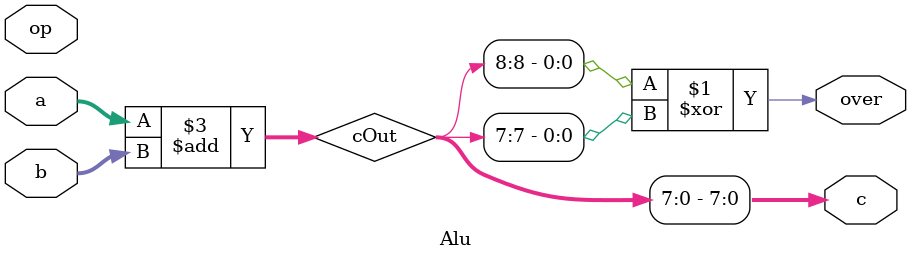
<source format=v>
`timescale 1ns / 1ps
module Alu(
    input op,
    input [7:0] a,
    input [7:0] b,
    output [7:0] c,
    output over
    );
	 
	 reg [8:0] cOut;
	 reg overOut;
	 
	 assign c = cOut[7:0];
	 assign over = cOut[8]^cOut[7];
	 
	 always @(*) begin
		cOut=a+b;
	 end
	 
endmodule

</source>
